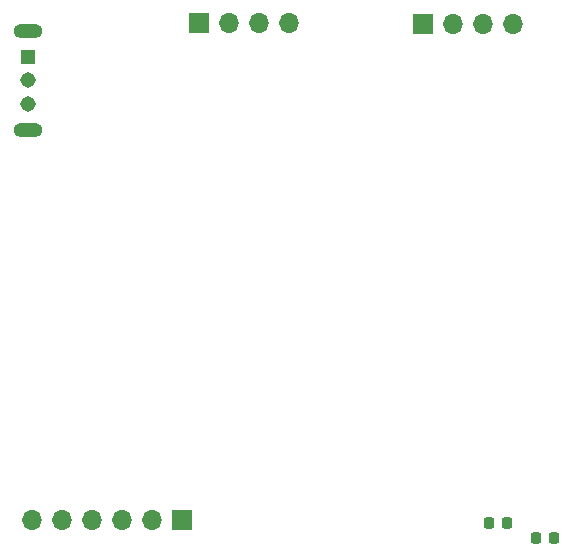
<source format=gbr>
%TF.GenerationSoftware,KiCad,Pcbnew,7.0.1*%
%TF.CreationDate,2023-04-19T22:54:29+02:00*%
%TF.ProjectId,ED060SC4_SPI_driver_board,45443036-3053-4433-945f-5350495f6472,rev?*%
%TF.SameCoordinates,Original*%
%TF.FileFunction,Copper,L2,Bot*%
%TF.FilePolarity,Positive*%
%FSLAX46Y46*%
G04 Gerber Fmt 4.6, Leading zero omitted, Abs format (unit mm)*
G04 Created by KiCad (PCBNEW 7.0.1) date 2023-04-19 22:54:29*
%MOMM*%
%LPD*%
G01*
G04 APERTURE LIST*
G04 Aperture macros list*
%AMRoundRect*
0 Rectangle with rounded corners*
0 $1 Rounding radius*
0 $2 $3 $4 $5 $6 $7 $8 $9 X,Y pos of 4 corners*
0 Add a 4 corners polygon primitive as box body*
4,1,4,$2,$3,$4,$5,$6,$7,$8,$9,$2,$3,0*
0 Add four circle primitives for the rounded corners*
1,1,$1+$1,$2,$3*
1,1,$1+$1,$4,$5*
1,1,$1+$1,$6,$7*
1,1,$1+$1,$8,$9*
0 Add four rect primitives between the rounded corners*
20,1,$1+$1,$2,$3,$4,$5,0*
20,1,$1+$1,$4,$5,$6,$7,0*
20,1,$1+$1,$6,$7,$8,$9,0*
20,1,$1+$1,$8,$9,$2,$3,0*%
G04 Aperture macros list end*
%TA.AperFunction,SMDPad,CuDef*%
%ADD10RoundRect,0.225000X-0.225000X-0.250000X0.225000X-0.250000X0.225000X0.250000X-0.225000X0.250000X0*%
%TD*%
%TA.AperFunction,ComponentPad*%
%ADD11R,1.700000X1.700000*%
%TD*%
%TA.AperFunction,ComponentPad*%
%ADD12O,1.700000X1.700000*%
%TD*%
%TA.AperFunction,ComponentPad*%
%ADD13R,1.308000X1.308000*%
%TD*%
%TA.AperFunction,ComponentPad*%
%ADD14C,1.308000*%
%TD*%
%TA.AperFunction,ComponentPad*%
%ADD15O,2.460000X1.230000*%
%TD*%
%TA.AperFunction,SMDPad,CuDef*%
%ADD16RoundRect,0.225000X0.225000X0.250000X-0.225000X0.250000X-0.225000X-0.250000X0.225000X-0.250000X0*%
%TD*%
G04 APERTURE END LIST*
D10*
%TO.P,C40,2*%
%TO.N,GND*%
X98775000Y-97250000D03*
%TO.P,C40,1*%
%TO.N,+22V*%
X97225000Y-97250000D03*
%TD*%
D11*
%TO.P,J2,1,Pin_1*%
%TO.N,GND*%
X67293200Y-95750000D03*
D12*
%TO.P,J2,2,Pin_2*%
%TO.N,/SPI1_MOSI*%
X64753200Y-95750000D03*
%TO.P,J2,3,Pin_3*%
%TO.N,/SPI1_MISO*%
X62213200Y-95750000D03*
%TO.P,J2,4,Pin_4*%
%TO.N,/SPI1_SCK*%
X59673200Y-95750000D03*
%TO.P,J2,5,Pin_5*%
%TO.N,/~{SPI1_CS}*%
X57133200Y-95750000D03*
%TO.P,J2,6,Pin_6*%
%TO.N,+3.3V*%
X54593200Y-95750000D03*
%TD*%
D13*
%TO.P,SW1,1,A*%
%TO.N,GND*%
X54250000Y-56500000D03*
D14*
%TO.P,SW1,2,B*%
%TO.N,/SW_BOOT0*%
X54250000Y-58500000D03*
%TO.P,SW1,3,C*%
%TO.N,+3.3V*%
X54250000Y-60500000D03*
D15*
%TO.P,SW1,S1*%
%TO.N,N/C*%
X54250000Y-54300000D03*
%TO.P,SW1,S2*%
X54250000Y-62700000D03*
%TD*%
D11*
%TO.P,J4,1,Pin_1*%
%TO.N,GND*%
X68700000Y-53612500D03*
D12*
%TO.P,J4,2,Pin_2*%
%TO.N,/SWCLK*%
X71240000Y-53612500D03*
%TO.P,J4,3,Pin_3*%
%TO.N,/SWDIO*%
X73780000Y-53612500D03*
%TO.P,J4,4,Pin_4*%
%TO.N,+3.3V*%
X76320000Y-53612500D03*
%TD*%
%TO.P,J3,4,Pin_4*%
%TO.N,+3.3V*%
X95330000Y-53725000D03*
%TO.P,J3,3,Pin_3*%
%TO.N,/USART1_RX*%
X92790000Y-53725000D03*
%TO.P,J3,2,Pin_2*%
%TO.N,/USART1_TX*%
X90250000Y-53725000D03*
D11*
%TO.P,J3,1,Pin_1*%
%TO.N,GND*%
X87710000Y-53725000D03*
%TD*%
D16*
%TO.P,C42,2*%
%TO.N,GND*%
X93225000Y-96000000D03*
%TO.P,C42,1*%
%TO.N,VCOM*%
X94775000Y-96000000D03*
%TD*%
M02*

</source>
